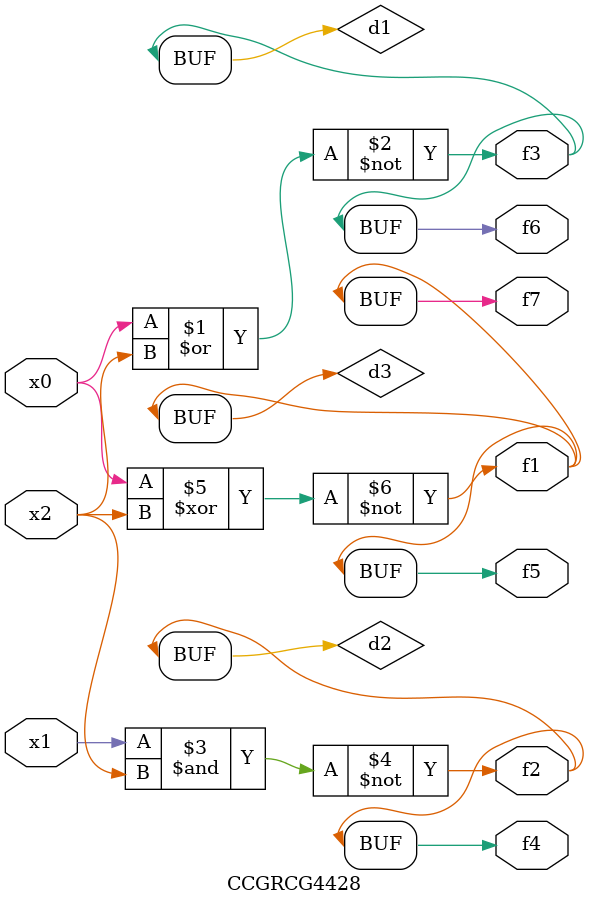
<source format=v>
module CCGRCG4428(
	input x0, x1, x2,
	output f1, f2, f3, f4, f5, f6, f7
);

	wire d1, d2, d3;

	nor (d1, x0, x2);
	nand (d2, x1, x2);
	xnor (d3, x0, x2);
	assign f1 = d3;
	assign f2 = d2;
	assign f3 = d1;
	assign f4 = d2;
	assign f5 = d3;
	assign f6 = d1;
	assign f7 = d3;
endmodule

</source>
